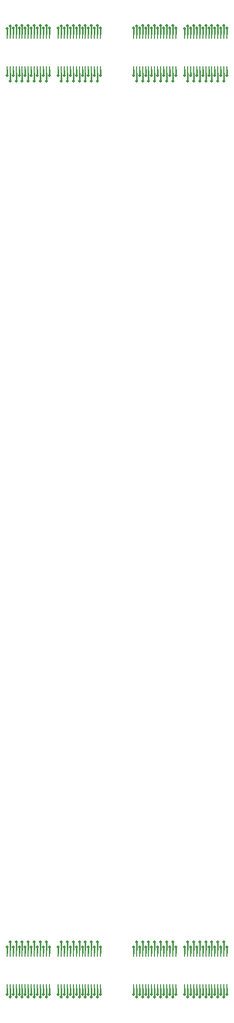
<source format=gbl>
G04 #@! TF.GenerationSoftware,KiCad,Pcbnew,(5.1.9)-1*
G04 #@! TF.CreationDate,2021-12-19T15:19:46-05:00*
G04 #@! TF.ProjectId,backplane-breakout-FPC,6261636b-706c-4616-9e65-2d627265616b,rev?*
G04 #@! TF.SameCoordinates,Original*
G04 #@! TF.FileFunction,Copper,L6,Bot*
G04 #@! TF.FilePolarity,Positive*
%FSLAX46Y46*%
G04 Gerber Fmt 4.6, Leading zero omitted, Abs format (unit mm)*
G04 Created by KiCad (PCBNEW (5.1.9)-1) date 2021-12-19 15:19:46*
%MOMM*%
%LPD*%
G01*
G04 APERTURE LIST*
G04 #@! TA.AperFunction,SMDPad,CuDef*
%ADD10R,0.280000X1.350000*%
G04 #@! TD*
G04 #@! TA.AperFunction,ViaPad*
%ADD11C,0.500000*%
G04 #@! TD*
G04 #@! TA.AperFunction,Conductor*
%ADD12C,0.250000*%
G04 #@! TD*
G04 APERTURE END LIST*
D10*
X132750000Y-30950000D03*
X132750000Y-25050000D03*
X132250000Y-30950000D03*
X132250000Y-25050000D03*
X131750000Y-30950000D03*
X131750000Y-25050000D03*
X131250000Y-30950000D03*
X131250000Y-25050000D03*
X130750000Y-30950000D03*
X130750000Y-25050000D03*
X130250000Y-30950000D03*
X130250000Y-25050000D03*
X129750000Y-30950000D03*
X129750000Y-25050000D03*
X129250000Y-30950000D03*
X129250000Y-25050000D03*
X128750000Y-30950000D03*
X128750000Y-25050000D03*
X128250000Y-30950000D03*
X128250000Y-25050000D03*
X127750000Y-30950000D03*
X127750000Y-25050000D03*
X127250000Y-30950000D03*
X127250000Y-25050000D03*
X126750000Y-30950000D03*
X126750000Y-25050000D03*
X126250000Y-30950000D03*
X126250000Y-25050000D03*
X125750000Y-30950000D03*
X125750000Y-25050000D03*
X124250000Y-30950000D03*
X124250000Y-25050000D03*
X123750000Y-30950000D03*
X123750000Y-25050000D03*
X123250000Y-30950000D03*
X123250000Y-25050000D03*
X122750000Y-30950000D03*
X122750000Y-25050000D03*
X122250000Y-30950000D03*
X122250000Y-25050000D03*
X121750000Y-30950000D03*
X121750000Y-25050000D03*
X121250000Y-30950000D03*
X121250000Y-25050000D03*
X120750000Y-30950000D03*
X120750000Y-25050000D03*
X120250000Y-30950000D03*
X120250000Y-25050000D03*
X119750000Y-30950000D03*
X119750000Y-25050000D03*
X119250000Y-30950000D03*
X119250000Y-25050000D03*
X118750000Y-30950000D03*
X118750000Y-25050000D03*
X118250000Y-30950000D03*
X118250000Y-25050000D03*
X117750000Y-30950000D03*
X117750000Y-25050000D03*
X117250000Y-30950000D03*
X117250000Y-25050000D03*
X153750000Y-183350000D03*
X153750000Y-177450000D03*
X153250000Y-183350000D03*
X153250000Y-177450000D03*
X152750000Y-183350000D03*
X152750000Y-177450000D03*
X152250000Y-183350000D03*
X152250000Y-177450000D03*
X151750000Y-183350000D03*
X151750000Y-177450000D03*
X151250000Y-183350000D03*
X151250000Y-177450000D03*
X150750000Y-183350000D03*
X150750000Y-177450000D03*
X150250000Y-183350000D03*
X150250000Y-177450000D03*
X149750000Y-183350000D03*
X149750000Y-177450000D03*
X149250000Y-183350000D03*
X149250000Y-177450000D03*
X148750000Y-183350000D03*
X148750000Y-177450000D03*
X148250000Y-183350000D03*
X148250000Y-177450000D03*
X147750000Y-183350000D03*
X147750000Y-177450000D03*
X147250000Y-183350000D03*
X147250000Y-177450000D03*
X146750000Y-183350000D03*
X146750000Y-177450000D03*
X145250000Y-183350000D03*
X145250000Y-177450000D03*
X144750000Y-183350000D03*
X144750000Y-177450000D03*
X144250000Y-183350000D03*
X144250000Y-177450000D03*
X143750000Y-183350000D03*
X143750000Y-177450000D03*
X143250000Y-183350000D03*
X143250000Y-177450000D03*
X142750000Y-183350000D03*
X142750000Y-177450000D03*
X142250000Y-183350000D03*
X142250000Y-177450000D03*
X141750000Y-183350000D03*
X141750000Y-177450000D03*
X141250000Y-183350000D03*
X141250000Y-177450000D03*
X140750000Y-183350000D03*
X140750000Y-177450000D03*
X140250000Y-183350000D03*
X140250000Y-177450000D03*
X139750000Y-183350000D03*
X139750000Y-177450000D03*
X139250000Y-183350000D03*
X139250000Y-177450000D03*
X138750000Y-183350000D03*
X138750000Y-177450000D03*
X138250000Y-183350000D03*
X138250000Y-177450000D03*
X132750000Y-183350000D03*
X132750000Y-177450000D03*
X132250000Y-183350000D03*
X132250000Y-177450000D03*
X131750000Y-183350000D03*
X131750000Y-177450000D03*
X131250000Y-183350000D03*
X131250000Y-177450000D03*
X130750000Y-183350000D03*
X130750000Y-177450000D03*
X130250000Y-183350000D03*
X130250000Y-177450000D03*
X129750000Y-183350000D03*
X129750000Y-177450000D03*
X129250000Y-183350000D03*
X129250000Y-177450000D03*
X128750000Y-183350000D03*
X128750000Y-177450000D03*
X128250000Y-183350000D03*
X128250000Y-177450000D03*
X127750000Y-183350000D03*
X127750000Y-177450000D03*
X127250000Y-183350000D03*
X127250000Y-177450000D03*
X126750000Y-183350000D03*
X126750000Y-177450000D03*
X126250000Y-183350000D03*
X126250000Y-177450000D03*
X125750000Y-183350000D03*
X125750000Y-177450000D03*
X124250000Y-183350000D03*
X124250000Y-177450000D03*
X123750000Y-183350000D03*
X123750000Y-177450000D03*
X123250000Y-183350000D03*
X123250000Y-177450000D03*
X122750000Y-183350000D03*
X122750000Y-177450000D03*
X122250000Y-183350000D03*
X122250000Y-177450000D03*
X121750000Y-183350000D03*
X121750000Y-177450000D03*
X121250000Y-183350000D03*
X121250000Y-177450000D03*
X120750000Y-183350000D03*
X120750000Y-177450000D03*
X120250000Y-183350000D03*
X120250000Y-177450000D03*
X119750000Y-183350000D03*
X119750000Y-177450000D03*
X119250000Y-183350000D03*
X119250000Y-177450000D03*
X118750000Y-183350000D03*
X118750000Y-177450000D03*
X118250000Y-183350000D03*
X118250000Y-177450000D03*
X117750000Y-183350000D03*
X117750000Y-177450000D03*
X117250000Y-183350000D03*
X117250000Y-177450000D03*
X153750000Y-30950000D03*
X153750000Y-25050000D03*
X153250000Y-30950000D03*
X153250000Y-25050000D03*
X152750000Y-30950000D03*
X152750000Y-25050000D03*
X152250000Y-30950000D03*
X152250000Y-25050000D03*
X151750000Y-30950000D03*
X151750000Y-25050000D03*
X151250000Y-30950000D03*
X151250000Y-25050000D03*
X150750000Y-30950000D03*
X150750000Y-25050000D03*
X150250000Y-30950000D03*
X150250000Y-25050000D03*
X149750000Y-30950000D03*
X149750000Y-25050000D03*
X149250000Y-30950000D03*
X149250000Y-25050000D03*
X148750000Y-30950000D03*
X148750000Y-25050000D03*
X148250000Y-30950000D03*
X148250000Y-25050000D03*
X147750000Y-30950000D03*
X147750000Y-25050000D03*
X147250000Y-30950000D03*
X147250000Y-25050000D03*
X146750000Y-30950000D03*
X146750000Y-25050000D03*
X145250000Y-30950000D03*
X145250000Y-25050000D03*
X144750000Y-30950000D03*
X144750000Y-25050000D03*
X144250000Y-30950000D03*
X144250000Y-25050000D03*
X143750000Y-30950000D03*
X143750000Y-25050000D03*
X143250000Y-30950000D03*
X143250000Y-25050000D03*
X142750000Y-30950000D03*
X142750000Y-25050000D03*
X142250000Y-30950000D03*
X142250000Y-25050000D03*
X141750000Y-30950000D03*
X141750000Y-25050000D03*
X141250000Y-30950000D03*
X141250000Y-25050000D03*
X140750000Y-30950000D03*
X140750000Y-25050000D03*
X140250000Y-30950000D03*
X140250000Y-25050000D03*
X139750000Y-30950000D03*
X139750000Y-25050000D03*
X139250000Y-30950000D03*
X139250000Y-25050000D03*
X138750000Y-30950000D03*
X138750000Y-25050000D03*
X138250000Y-30950000D03*
X138250000Y-25050000D03*
D11*
X132750000Y-31850000D03*
X132750000Y-184400000D03*
X132750000Y-176550000D03*
X132750000Y-24000000D03*
X132250000Y-32725000D03*
X132250000Y-184850000D03*
X132250000Y-175675000D03*
X132250000Y-23550000D03*
X131750000Y-31850000D03*
X131750000Y-184400000D03*
X131750000Y-176550000D03*
X131750000Y-24000000D03*
X131250000Y-32725000D03*
X131250000Y-184850000D03*
X131250000Y-175675000D03*
X131250000Y-23550000D03*
X130750000Y-31850000D03*
X130750000Y-184400000D03*
X130750000Y-176550000D03*
X130750000Y-24000000D03*
X130250000Y-32725000D03*
X130250000Y-184850000D03*
X130250000Y-175675000D03*
X130250000Y-23550000D03*
X129750000Y-31850000D03*
X129750000Y-184400000D03*
X129750000Y-176550000D03*
X129750000Y-24000000D03*
X129250000Y-32725000D03*
X129250000Y-184850000D03*
X129250000Y-175675000D03*
X129250000Y-23550000D03*
X128750000Y-31850000D03*
X128750000Y-184400000D03*
X128750000Y-176550000D03*
X128750000Y-24000000D03*
X128250000Y-32725000D03*
X128250000Y-184850000D03*
X128250000Y-175675000D03*
X128250000Y-23550000D03*
X127750000Y-31850000D03*
X127750000Y-184400000D03*
X127750000Y-176550000D03*
X127750000Y-24000000D03*
X127250000Y-32725000D03*
X127250000Y-184850000D03*
X149750000Y-31850000D03*
X140750000Y-32725000D03*
X139750000Y-32725000D03*
X139750000Y-175675000D03*
X139750000Y-184850000D03*
X140750000Y-184850000D03*
X149750000Y-176550000D03*
X149750000Y-184400000D03*
X149750000Y-24000000D03*
X139750000Y-23550000D03*
X126750000Y-31850000D03*
X126750000Y-184400000D03*
X126750000Y-176550000D03*
X126750000Y-24000000D03*
X126250000Y-184850000D03*
X126250000Y-32725000D03*
X126250000Y-175675000D03*
X126250000Y-23600000D03*
X125750000Y-184400000D03*
X125750000Y-31850000D03*
X125750000Y-176550000D03*
X125750000Y-24000000D03*
X124250000Y-184400000D03*
X124250000Y-31850000D03*
X124250000Y-176550000D03*
X124250000Y-24000000D03*
X123750000Y-184850000D03*
X123750000Y-32725000D03*
X123750000Y-175675000D03*
X123750000Y-23550000D03*
X123250000Y-184400000D03*
X123250000Y-31850000D03*
X123250000Y-176550000D03*
X123250000Y-24000000D03*
X122750000Y-184850000D03*
X122750000Y-32725000D03*
X122750000Y-175675000D03*
X122750000Y-23550000D03*
X122250000Y-184400000D03*
X122250000Y-31850000D03*
X122250000Y-176550000D03*
X122250000Y-24000000D03*
X121750000Y-184850000D03*
X121750000Y-32725000D03*
X121750000Y-175675000D03*
X121750000Y-23550000D03*
X121250000Y-184400000D03*
X121250000Y-31850000D03*
X121250000Y-176550000D03*
X121250000Y-24000000D03*
X120750000Y-184850000D03*
X120750000Y-32725000D03*
X120750000Y-175675000D03*
X120750000Y-23550000D03*
X120250000Y-184400000D03*
X120250000Y-31850000D03*
X120250000Y-176550000D03*
X120250000Y-24000000D03*
X119750000Y-184850000D03*
X119750000Y-32725000D03*
X119750000Y-175675000D03*
X119750000Y-23550000D03*
X119250000Y-184400000D03*
X119250000Y-31850000D03*
X119250000Y-176550000D03*
X119250000Y-24000000D03*
X118750000Y-184850000D03*
X118750000Y-32725000D03*
X118750000Y-175675000D03*
X118750000Y-23550000D03*
X118250000Y-184400000D03*
X118250000Y-31850000D03*
X118250000Y-176550000D03*
X118250000Y-24000000D03*
X117750000Y-184850000D03*
X117750000Y-32725000D03*
X117750000Y-175675000D03*
X117750000Y-23600000D03*
X117250000Y-184400000D03*
X117250000Y-31850000D03*
X117250000Y-176550000D03*
X117250000Y-24050000D03*
X153750000Y-31850000D03*
X153750000Y-184400000D03*
X153750000Y-176550000D03*
X153750000Y-24000000D03*
X153250000Y-32725000D03*
X153250000Y-184800000D03*
X153250000Y-175675000D03*
X153250000Y-23550000D03*
X152750000Y-31850000D03*
X152750000Y-184400000D03*
X152750000Y-176550000D03*
X152750000Y-24000000D03*
X152250000Y-32725000D03*
X152250000Y-184850000D03*
X152250000Y-175675000D03*
X152250000Y-23550000D03*
X151750000Y-31850000D03*
X151750000Y-184400000D03*
X151750000Y-176550000D03*
X151750000Y-24000000D03*
X151250000Y-32725000D03*
X151250000Y-184850000D03*
X151250000Y-175675000D03*
X151250000Y-23550000D03*
X150750000Y-31850000D03*
X150750000Y-184400000D03*
X150750000Y-176550000D03*
X150750000Y-24000000D03*
X150250000Y-32725000D03*
X150250000Y-184850000D03*
X150250000Y-175675000D03*
X150250000Y-23550000D03*
X149250000Y-32725000D03*
X149250000Y-184850000D03*
X149250000Y-175675000D03*
X149250000Y-23550000D03*
X148750000Y-31850000D03*
X148750000Y-184400000D03*
X148750000Y-176550000D03*
X148750000Y-24000000D03*
X148250000Y-32725000D03*
X148250000Y-184850000D03*
X148250000Y-175675000D03*
X148250000Y-23550000D03*
X147750000Y-31850000D03*
X147750000Y-184400000D03*
X147750000Y-176550000D03*
X147750000Y-24000000D03*
X147250000Y-32725000D03*
X147250000Y-184850000D03*
X147250000Y-175675000D03*
X147250000Y-23600000D03*
X146750000Y-31850000D03*
X146750000Y-184400000D03*
X146750000Y-176550000D03*
X146750000Y-24050000D03*
X145250000Y-31850000D03*
X145250000Y-184400000D03*
X145250000Y-176550000D03*
X145250000Y-24000000D03*
X144750000Y-32725000D03*
X144750000Y-184800000D03*
X144750000Y-175675000D03*
X144750000Y-23550000D03*
X144250000Y-31850000D03*
X144250000Y-184400000D03*
X144250000Y-176550000D03*
X144250000Y-24000000D03*
X143750000Y-32725000D03*
X143750000Y-184850000D03*
X143750000Y-175675000D03*
X143750000Y-23550000D03*
X143250000Y-31850000D03*
X143250000Y-184400000D03*
X143250000Y-176550000D03*
X143250000Y-24000000D03*
X142750000Y-32725000D03*
X142750000Y-184850000D03*
X142750000Y-175675000D03*
X142750000Y-23550000D03*
X142250000Y-31850000D03*
X142250000Y-184400000D03*
X142250000Y-176550000D03*
X142250000Y-24000000D03*
X141750000Y-32725000D03*
X141750000Y-184850000D03*
X141750000Y-175675000D03*
X141750000Y-23550000D03*
X141250000Y-31850000D03*
X141250000Y-184400000D03*
X141250000Y-176550000D03*
X141250000Y-24000000D03*
X140750000Y-175675000D03*
X140750000Y-23550000D03*
X140250000Y-31850000D03*
X140250000Y-184400000D03*
X140250000Y-176550000D03*
X140250000Y-24000000D03*
X139250000Y-31850000D03*
X139250000Y-184400000D03*
X139250000Y-176550000D03*
X139250000Y-24000000D03*
X138750000Y-184850000D03*
X138750000Y-32725000D03*
X138750000Y-175675000D03*
X138750000Y-23600000D03*
X138250000Y-184400000D03*
X138250000Y-31850000D03*
X138250000Y-176550000D03*
X138250000Y-24000000D03*
X127250000Y-175675000D03*
X127250000Y-23550000D03*
D12*
X132750000Y-30800000D02*
X132750000Y-31800000D01*
X132750000Y-183400000D02*
X132750000Y-184400000D01*
X132750000Y-177550000D02*
X132750000Y-176550000D01*
X132750000Y-25000000D02*
X132750000Y-24000000D01*
X132250000Y-31400000D02*
X132250000Y-32850000D01*
X132250000Y-183350000D02*
X132250000Y-184800000D01*
X132250000Y-177000000D02*
X132250000Y-175550000D01*
X132250000Y-25000000D02*
X132250000Y-23550000D01*
X131750000Y-30850000D02*
X131750000Y-31850000D01*
X131750000Y-183400000D02*
X131750000Y-184400000D01*
X131750000Y-25000000D02*
X131750000Y-24000000D01*
X131750000Y-176550000D02*
X131750000Y-177450000D01*
X131250000Y-31400000D02*
X131250000Y-32850000D01*
X131250000Y-183400000D02*
X131250000Y-184850000D01*
X131250000Y-177000000D02*
X131250000Y-175550000D01*
X131250000Y-25000000D02*
X131250000Y-23550000D01*
X130750000Y-30850000D02*
X130750000Y-31850000D01*
X130750000Y-183400000D02*
X130750000Y-184400000D01*
X130750000Y-177550000D02*
X130750000Y-176550000D01*
X130750000Y-25000000D02*
X130750000Y-24000000D01*
X130250000Y-31400000D02*
X130250000Y-32850000D01*
X130250000Y-183400000D02*
X130250000Y-184850000D01*
X130250000Y-177000000D02*
X130250000Y-175550000D01*
X130250000Y-25000000D02*
X130250000Y-23550000D01*
X129750000Y-30850000D02*
X129750000Y-31850000D01*
X129750000Y-183400000D02*
X129750000Y-184400000D01*
X129750000Y-177550000D02*
X129750000Y-176550000D01*
X129750000Y-25000000D02*
X129750000Y-24000000D01*
X129250000Y-31400000D02*
X129250000Y-32850000D01*
X129250000Y-183400000D02*
X129250000Y-184850000D01*
X129250000Y-177000000D02*
X129250000Y-175550000D01*
X129250000Y-25000000D02*
X129250000Y-23550000D01*
X128750000Y-30850000D02*
X128750000Y-31850000D01*
X128750000Y-183400000D02*
X128750000Y-184400000D01*
X128750000Y-177550000D02*
X128750000Y-176550000D01*
X128750000Y-25000000D02*
X128750000Y-24000000D01*
X128250000Y-31400000D02*
X128250000Y-32850000D01*
X128250000Y-183400000D02*
X128250000Y-184850000D01*
X128250000Y-177000000D02*
X128250000Y-175550000D01*
X128250000Y-25000000D02*
X128250000Y-23550000D01*
X127750000Y-30850000D02*
X127750000Y-31850000D01*
X127750000Y-183400000D02*
X127750000Y-184400000D01*
X127750000Y-177550000D02*
X127750000Y-176550000D01*
X127750000Y-25000000D02*
X127750000Y-24000000D01*
X127250000Y-31400000D02*
X127250000Y-32850000D01*
X127250000Y-183400000D02*
X127250000Y-184850000D01*
X149750000Y-30850000D02*
X149750000Y-31850000D01*
X140750000Y-31400000D02*
X140750000Y-32850000D01*
X139750000Y-31400000D02*
X139750000Y-32850000D01*
X139750000Y-177000000D02*
X139750000Y-175550000D01*
X139750000Y-183400000D02*
X139750000Y-184850000D01*
X140750000Y-183400000D02*
X140750000Y-184850000D01*
X149750000Y-177550000D02*
X149750000Y-176550000D01*
X149750000Y-183400000D02*
X149750000Y-184400000D01*
X149750000Y-25000000D02*
X149750000Y-24000000D01*
X139750000Y-25000000D02*
X139750000Y-23550000D01*
X140750000Y-32725000D02*
X140750000Y-30950000D01*
X149750000Y-176550000D02*
X149750000Y-177450000D01*
X126750000Y-183400000D02*
X126750000Y-184400000D01*
X126750000Y-31850000D02*
X126750000Y-30950000D01*
X126750000Y-177550000D02*
X126750000Y-176550000D01*
X126750000Y-25000000D02*
X126750000Y-24000000D01*
X126250000Y-183400000D02*
X126250000Y-184850000D01*
X126250000Y-31400000D02*
X126250000Y-32850000D01*
X126250000Y-177000000D02*
X126250000Y-175550000D01*
X126250000Y-25050000D02*
X126250000Y-23600000D01*
X125750000Y-183400000D02*
X125750000Y-184400000D01*
X125750000Y-30850000D02*
X125750000Y-31850000D01*
X125750000Y-177600000D02*
X125750000Y-176600000D01*
X125750000Y-25000000D02*
X125750000Y-24000000D01*
X124250000Y-183400000D02*
X124250000Y-184400000D01*
X124250000Y-30800000D02*
X124250000Y-31800000D01*
X124250000Y-177550000D02*
X124250000Y-176550000D01*
X124250000Y-25000000D02*
X124250000Y-24000000D01*
X123750000Y-183350000D02*
X123750000Y-184800000D01*
X123750000Y-31400000D02*
X123750000Y-32850000D01*
X123750000Y-177000000D02*
X123750000Y-175550000D01*
X123750000Y-25000000D02*
X123750000Y-23550000D01*
X123250000Y-183400000D02*
X123250000Y-184400000D01*
X123250000Y-30850000D02*
X123250000Y-31850000D01*
X123250000Y-25000000D02*
X123250000Y-24000000D01*
X123250000Y-176550000D02*
X123250000Y-177450000D01*
X122750000Y-183400000D02*
X122750000Y-184850000D01*
X122750000Y-31400000D02*
X122750000Y-32850000D01*
X122750000Y-177000000D02*
X122750000Y-175550000D01*
X122750000Y-25000000D02*
X122750000Y-23550000D01*
X122250000Y-183400000D02*
X122250000Y-184400000D01*
X122250000Y-30850000D02*
X122250000Y-31850000D01*
X122250000Y-177550000D02*
X122250000Y-176550000D01*
X122250000Y-25000000D02*
X122250000Y-24000000D01*
X121750000Y-183400000D02*
X121750000Y-184850000D01*
X121750000Y-31400000D02*
X121750000Y-32850000D01*
X121750000Y-177000000D02*
X121750000Y-175550000D01*
X121750000Y-25000000D02*
X121750000Y-23550000D01*
X121250000Y-183400000D02*
X121250000Y-184400000D01*
X121250000Y-30850000D02*
X121250000Y-31850000D01*
X121250000Y-177550000D02*
X121250000Y-176550000D01*
X121250000Y-25000000D02*
X121250000Y-24000000D01*
X120750000Y-183400000D02*
X120750000Y-184850000D01*
X120750000Y-31400000D02*
X120750000Y-32850000D01*
X120750000Y-177000000D02*
X120750000Y-175550000D01*
X120750000Y-25000000D02*
X120750000Y-23550000D01*
X120250000Y-183400000D02*
X120250000Y-184400000D01*
X120250000Y-30850000D02*
X120250000Y-31850000D01*
X120250000Y-177550000D02*
X120250000Y-176550000D01*
X120250000Y-25000000D02*
X120250000Y-24000000D01*
X119750000Y-183400000D02*
X119750000Y-184850000D01*
X119750000Y-31400000D02*
X119750000Y-32850000D01*
X119750000Y-177000000D02*
X119750000Y-175550000D01*
X119750000Y-25000000D02*
X119750000Y-23550000D01*
X119250000Y-183400000D02*
X119250000Y-184400000D01*
X119250000Y-30850000D02*
X119250000Y-31850000D01*
X119250000Y-177550000D02*
X119250000Y-176550000D01*
X119250000Y-25000000D02*
X119250000Y-24000000D01*
X118750000Y-183400000D02*
X118750000Y-184850000D01*
X118750000Y-31400000D02*
X118750000Y-32850000D01*
X118750000Y-177000000D02*
X118750000Y-175550000D01*
X118750000Y-25000000D02*
X118750000Y-23550000D01*
X118250000Y-183400000D02*
X118250000Y-184400000D01*
X118250000Y-31850000D02*
X118250000Y-30950000D01*
X118250000Y-177550000D02*
X118250000Y-176550000D01*
X118250000Y-25000000D02*
X118250000Y-24000000D01*
X117750000Y-183400000D02*
X117750000Y-184850000D01*
X117750000Y-31400000D02*
X117750000Y-32850000D01*
X117750000Y-177000000D02*
X117750000Y-175550000D01*
X117750000Y-25050000D02*
X117750000Y-23600000D01*
X117250000Y-183400000D02*
X117250000Y-184400000D01*
X117250000Y-30850000D02*
X117250000Y-31850000D01*
X117250000Y-177550000D02*
X117250000Y-176550000D01*
X117250000Y-25050000D02*
X117250000Y-24050000D01*
X153750000Y-30800000D02*
X153750000Y-31800000D01*
X153750000Y-183350000D02*
X153750000Y-184350000D01*
X153750000Y-177550000D02*
X153750000Y-176550000D01*
X153750000Y-25000000D02*
X153750000Y-24000000D01*
X153250000Y-31400000D02*
X153250000Y-32850000D01*
X153250000Y-183350000D02*
X153250000Y-184800000D01*
X153250000Y-177000000D02*
X153250000Y-175550000D01*
X153250000Y-25000000D02*
X153250000Y-23550000D01*
X152750000Y-30850000D02*
X152750000Y-31850000D01*
X152750000Y-183400000D02*
X152750000Y-184400000D01*
X152750000Y-25000000D02*
X152750000Y-24000000D01*
X152750000Y-176550000D02*
X152750000Y-177450000D01*
X152250000Y-31400000D02*
X152250000Y-32850000D01*
X152250000Y-183400000D02*
X152250000Y-184850000D01*
X152250000Y-177000000D02*
X152250000Y-175550000D01*
X152250000Y-25000000D02*
X152250000Y-23550000D01*
X151750000Y-30850000D02*
X151750000Y-31850000D01*
X151750000Y-183400000D02*
X151750000Y-184400000D01*
X151750000Y-177550000D02*
X151750000Y-176550000D01*
X151750000Y-25000000D02*
X151750000Y-24000000D01*
X151250000Y-31400000D02*
X151250000Y-32850000D01*
X151250000Y-183400000D02*
X151250000Y-184850000D01*
X151250000Y-177000000D02*
X151250000Y-175550000D01*
X151250000Y-25000000D02*
X151250000Y-23550000D01*
X150750000Y-30850000D02*
X150750000Y-31850000D01*
X150750000Y-183400000D02*
X150750000Y-184400000D01*
X150750000Y-177550000D02*
X150750000Y-176550000D01*
X150750000Y-25000000D02*
X150750000Y-24000000D01*
X150250000Y-31400000D02*
X150250000Y-32850000D01*
X150250000Y-183350000D02*
X150250000Y-184850000D01*
X150250000Y-177000000D02*
X150250000Y-175550000D01*
X150250000Y-25000000D02*
X150250000Y-23550000D01*
X149250000Y-31400000D02*
X149250000Y-32850000D01*
X149250000Y-183400000D02*
X149250000Y-184850000D01*
X149250000Y-32725000D02*
X149250000Y-30950000D01*
X149250000Y-177000000D02*
X149250000Y-175550000D01*
X149250000Y-25000000D02*
X149250000Y-23550000D01*
X148750000Y-30850000D02*
X148750000Y-31850000D01*
X148750000Y-183400000D02*
X148750000Y-184400000D01*
X148750000Y-177550000D02*
X148750000Y-176550000D01*
X148750000Y-25000000D02*
X148750000Y-24000000D01*
X148250000Y-31400000D02*
X148250000Y-32850000D01*
X148250000Y-183400000D02*
X148250000Y-184850000D01*
X148250000Y-177000000D02*
X148250000Y-175550000D01*
X148250000Y-25000000D02*
X148250000Y-23550000D01*
X147750000Y-183400000D02*
X147750000Y-184400000D01*
X147750000Y-31850000D02*
X147750000Y-31334999D01*
X147750000Y-177550000D02*
X147750000Y-176550000D01*
X147750000Y-25000000D02*
X147750000Y-24000000D01*
X147250000Y-31400000D02*
X147250000Y-32850000D01*
X147250000Y-183400000D02*
X147250000Y-184850000D01*
X147250000Y-177000000D02*
X147250000Y-175550000D01*
X147250000Y-25050000D02*
X147250000Y-23600000D01*
X146750000Y-30850000D02*
X146750000Y-31850000D01*
X146750000Y-183400000D02*
X146750000Y-184400000D01*
X146750000Y-177600000D02*
X146750000Y-176600000D01*
X146750000Y-25050000D02*
X146750000Y-24050000D01*
X145250000Y-30800000D02*
X145250000Y-31800000D01*
X145250000Y-183350000D02*
X145250000Y-184350000D01*
X145250000Y-177550000D02*
X145250000Y-176550000D01*
X145250000Y-25000000D02*
X145250000Y-24000000D01*
X144750000Y-31400000D02*
X144750000Y-32850000D01*
X144750000Y-183350000D02*
X144750000Y-184800000D01*
X144750000Y-177000000D02*
X144750000Y-175550000D01*
X144750000Y-25000000D02*
X144750000Y-23550000D01*
X144250000Y-30850000D02*
X144250000Y-31850000D01*
X144250000Y-183400000D02*
X144250000Y-184400000D01*
X144250000Y-25000000D02*
X144250000Y-24000000D01*
X144250000Y-176550000D02*
X144250000Y-177450000D01*
X143750000Y-31400000D02*
X143750000Y-32850000D01*
X143750000Y-183400000D02*
X143750000Y-184850000D01*
X143750000Y-177000000D02*
X143750000Y-175550000D01*
X143750000Y-25000000D02*
X143750000Y-23550000D01*
X143250000Y-30850000D02*
X143250000Y-31850000D01*
X143250000Y-183400000D02*
X143250000Y-184400000D01*
X143250000Y-177550000D02*
X143250000Y-176550000D01*
X143250000Y-25000000D02*
X143250000Y-24000000D01*
X142750000Y-31400000D02*
X142750000Y-32850000D01*
X142750000Y-183400000D02*
X142750000Y-184850000D01*
X142750000Y-177000000D02*
X142750000Y-175550000D01*
X142750000Y-25000000D02*
X142750000Y-23550000D01*
X142250000Y-30850000D02*
X142250000Y-31850000D01*
X142250000Y-183400000D02*
X142250000Y-184400000D01*
X142250000Y-177550000D02*
X142250000Y-176550000D01*
X142250000Y-25000000D02*
X142250000Y-24000000D01*
X141750000Y-31400000D02*
X141750000Y-32850000D01*
X141750000Y-183400000D02*
X141750000Y-184850000D01*
X141750000Y-177000000D02*
X141750000Y-175550000D01*
X141750000Y-25000000D02*
X141750000Y-23550000D01*
X141250000Y-30850000D02*
X141250000Y-31850000D01*
X141250000Y-183400000D02*
X141250000Y-184400000D01*
X141250000Y-177550000D02*
X141250000Y-176550000D01*
X141250000Y-25000000D02*
X141250000Y-24000000D01*
X140750000Y-177000000D02*
X140750000Y-175550000D01*
X140750000Y-25000000D02*
X140750000Y-23550000D01*
X140250000Y-30850000D02*
X140250000Y-31850000D01*
X140250000Y-183400000D02*
X140250000Y-184400000D01*
X140250000Y-177550000D02*
X140250000Y-176550000D01*
X140250000Y-25000000D02*
X140250000Y-24000000D01*
X139250000Y-183400000D02*
X139250000Y-184400000D01*
X139250000Y-31850000D02*
X139250000Y-30950000D01*
X139250000Y-177550000D02*
X139250000Y-176550000D01*
X139250000Y-25000000D02*
X139250000Y-24000000D01*
X138750000Y-183400000D02*
X138750000Y-184850000D01*
X138750000Y-31400000D02*
X138750000Y-32850000D01*
X138750000Y-177000000D02*
X138750000Y-175550000D01*
X138750000Y-25050000D02*
X138750000Y-23600000D01*
X138250000Y-183400000D02*
X138250000Y-184400000D01*
X138250000Y-30850000D02*
X138250000Y-31850000D01*
X138250000Y-177600000D02*
X138250000Y-176600000D01*
X138250000Y-25000000D02*
X138250000Y-24000000D01*
X127250000Y-177000000D02*
X127250000Y-175550000D01*
X127250000Y-25000000D02*
X127250000Y-23550000D01*
M02*

</source>
